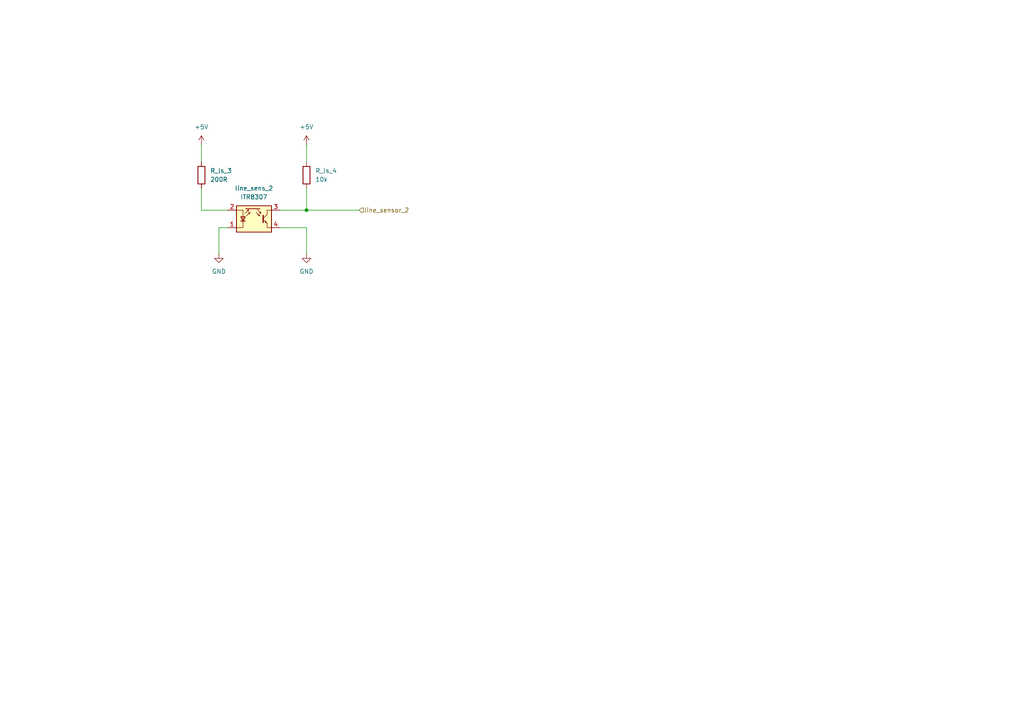
<source format=kicad_sch>
(kicad_sch (version 20250114) (generator "eeschema") (generator_version "9.0")
  (paper "A4")
  (lib_symbols
    (symbol "Device:R" (pin_numbers (hide yes)) (pin_names (offset 0))
      (property "Reference" "R" (at 2.032 0 90))
      (property "Value" "R" (at 0 0 90))
      (symbol "R_0_1"
        (rectangle (start -1.016 -2.54) (end 1.016 2.54) (stroke (width 0.254)))
      )
      (symbol "R_1_1"
        (pin passive line (at 0 3.81 270) (length 1.27) (name "~") (number "1"))
        (pin passive line (at 0 -3.81 90) (length 1.27) (name "~") (number "2"))
      )
    )
    (symbol "Sensor_Proximity:ITR8307" (pin_names (offset 0.0254) (hide yes))
      (property "Reference" "U" (at -5.08 5.08 0))
      (property "Value" "ITR8307" (at 7.62 5.08 0))
      (symbol "ITR8307_0_1"
        (polyline (pts (xy -5.08 -2.54) (xy -3.175 -2.54) (xy -3.175 2.54) (xy -5.08 2.54)))
        (polyline (pts (xy -5.08 -3.81) (xy 5.08 -3.81) (xy 5.08 3.81) (xy -5.08 3.81) (xy -5.08 -3.81)) (stroke (width 0.254)) (fill (type background)))
        (polyline (pts (xy -3.81 -0.635) (xy -2.54 -0.635)) (stroke (width 0.254)))
        (polyline (pts (xy -3.175 -0.635) (xy -3.81 0.635) (xy -2.54 0.635) (xy -3.175 -0.635)) (stroke (width 0.254)))
        (polyline (pts (xy -2.54 1.651) (xy -1.524 2.667) (xy -2.032 2.54)))
        (polyline (pts (xy -2.286 2.921) (xy -2.032 3.175)))
        (polyline (pts (xy -2.159 0.889) (xy -1.143 1.905) (xy -1.651 1.778)))
        (polyline (pts (xy -1.778 2.921) (xy -1.524 3.175)))
        (polyline (pts (xy -1.524 2.667) (xy -1.651 2.159)))
        (polyline (pts (xy -1.27 2.921) (xy -1.016 3.175)))
        (polyline (pts (xy -1.143 1.905) (xy -1.27 1.397)))
        (polyline (pts (xy -0.762 2.921) (xy -0.508 3.175)))
        (polyline (pts (xy -0.254 2.921) (xy 0 3.175)))
        (polyline (pts (xy 0.254 2.921) (xy 0.508 3.175)))
        (polyline (pts (xy 0.635 1.905) (xy 1.651 0.889) (xy 1.524 1.397)))
        (polyline (pts (xy 0.762 2.921) (xy 1.016 3.175)))
        (polyline (pts (xy 1.016 2.667) (xy 2.032 1.651) (xy 1.905 2.159)))
        (polyline (pts (xy 1.27 2.921) (xy 1.524 3.175)))
        (polyline (pts (xy 1.651 0.889) (xy 1.143 1.016)))
        (polyline (pts (xy 1.778 2.921) (xy -2.413 2.921)))
        (polyline (pts (xy 2.032 1.651) (xy 1.524 1.778)))
        (polyline (pts (xy 2.667 1.016) (xy 2.667 -1.016) (xy 2.667 -1.016)) (stroke (width 0.3556)))
        (polyline (pts (xy 2.667 0.127) (xy 3.81 1.27)))
        (polyline (pts (xy 2.667 -0.127) (xy 3.81 -1.27)))
        (polyline (pts (xy 3.683 -1.143) (xy 3.429 -0.635) (xy 3.175 -0.889) (xy 3.683 -1.143)))
        (polyline (pts (xy 3.81 1.27) (xy 3.81 2.54) (xy 5.08 2.54)))
        (polyline (pts (xy 3.81 -1.27) (xy 3.81 -2.54) (xy 5.08 -2.54)))
      )
      (symbol "ITR8307_1_1"
        (pin passive line (at -7.62 2.54 0) (length 2.54) (name "A") (number "2"))
        (pin passive line (at -7.62 -2.54 0) (length 2.54) (name "K") (number "1"))
        (pin open_collector line (at 7.62 2.54 180) (length 2.54) (name "C") (number "3"))
        (pin open_emitter line (at 7.62 -2.54 180) (length 2.54) (name "E") (number "4"))
      )
    )
    (symbol "power:+5V" (power) (pin_numbers (hide yes)) (pin_names (offset 0) (hide yes))
      (property "Value" "+5V" (at 0 3.556 0))
      (symbol "+5V_0_1"
        (polyline (pts (xy -0.762 1.27) (xy 0 2.54)))
        (polyline (pts (xy 0 2.54) (xy 0.762 1.27)))
        (polyline (pts (xy 0 0) (xy 0 2.54)))
      )
      (symbol "+5V_1_1"
        (pin power_in line (at 0 0 90) (length 0) (name "~") (number "1"))
      )
    )
    (symbol "power:GND" (power) (pin_numbers (hide yes)) (pin_names (offset 0) (hide yes))
      (property "Value" "GND" (at 0 -3.81 0))
      (symbol "GND_0_1"
        (polyline (pts (xy 0 0) (xy 0 -1.27) (xy 1.27 -1.27) (xy 0 -2.54) (xy -1.27 -1.27) (xy 0 -1.27)))
      )
      (symbol "GND_1_1"
        (pin power_in line (at 0 0 270) (length 0) (name "~") (number "1"))
      )
    )
  )
  (junction (at 88.9 60.96))
  (wire (pts (xy 88.9 66.04) (xy 88.9 73.66)))
  (wire (pts (xy 88.9 60.96) (xy 81.28 60.96)))
  (wire (pts (xy 58.42 41.91) (xy 58.42 46.99)))
  (wire (pts (xy 58.42 54.61) (xy 58.42 60.96)))
  (wire (pts (xy 81.28 66.04) (xy 88.9 66.04)))
  (wire (pts (xy 88.9 54.61) (xy 88.9 60.96)))
  (wire (pts (xy 63.5 66.04) (xy 66.04 66.04)))
  (wire (pts (xy 63.5 66.04) (xy 63.5 73.66)))
  (wire (pts (xy 88.9 41.91) (xy 88.9 46.99)))
  (wire (pts (xy 58.42 60.96) (xy 66.04 60.96)))
  (wire (pts (xy 88.9 60.96) (xy 104.14 60.96)))
  (hierarchical_label "line_sensor_2" (shape input) (at 104.14 60.96 0))
  (symbol (lib_id "power:GND") (at 88.9 73.66 0) (unit 1)
    (property "Reference" "#PWR049" (effects (hide yes)))
    (property "Value" "GND" (at 88.9 78.74 0))
    (property "Description" "Power symbol creates a global label with name \"GND\" , ground" (effects (hide yes)))
  )
  (symbol (lib_id "Device:R") (at 88.9 50.8 0) (unit 1)
    (property "Reference" "R_ls_4" (at 91.44 49.5299 0) (effects (justify left)))
    (property "Value" "10k" (at 91.44 52.0699 0) (effects (justify left)))
    (property "Footprint" "Resistor_SMD:R_0805_2012Metric" (effects (hide yes)))
    (property "Description" "Resistor" (effects (hide yes)))
  )
  (symbol (lib_id "power:+5V") (at 88.9 41.91 0) (unit 1)
    (property "Reference" "#PWR048" (effects (hide yes)))
    (property "Value" "+5V" (at 88.9 36.83 0))
    (property "Description" "Power symbol creates a global label with name \"+5V\"" (effects (hide yes)))
  )
  (symbol (lib_id "power:GND") (at 63.5 73.66 0) (unit 1)
    (property "Reference" "#PWR047" (effects (hide yes)))
    (property "Value" "GND" (at 63.5 78.74 0))
    (property "Description" "Power symbol creates a global label with name \"GND\" , ground" (effects (hide yes)))
  )
  (symbol (lib_id "Sensor_Proximity:ITR8307") (at 73.66 63.5 0) (unit 1)
    (property "Reference" "line_sens_2" (at 73.66 54.61 0))
    (property "Value" "ITR8307" (at 73.66 57.15 0))
    (property "Footprint" "OptoDevice:Everlight_ITR8307" (effects (hide yes)))
    (property "Datasheet" "http://www.everlight.com/file/ProductFile/ITR8307.pdf" (effects (hide yes)))
    (property "Description" "Subminiature Reflective Optical Sensor, SMD-package with PCB-cutout" (effects (hide yes)))
  )
  (symbol (lib_id "Device:R") (at 58.42 50.8 0) (unit 1)
    (property "Reference" "R_ls_3" (at 60.96 49.5299 0) (effects (justify left)))
    (property "Value" "200R" (at 60.96 52.0699 0) (effects (justify left)))
    (property "Footprint" "Resistor_SMD:R_0805_2012Metric" (effects (hide yes)))
    (property "Description" "Resistor" (effects (hide yes)))
  )
  (symbol (lib_id "power:+5V") (at 58.42 41.91 0) (unit 1)
    (property "Reference" "#PWR046" (effects (hide yes)))
    (property "Value" "+5V" (at 58.42 36.83 0))
    (property "Description" "Power symbol creates a global label with name \"+5V\"" (effects (hide yes)))
  )
)
</source>
